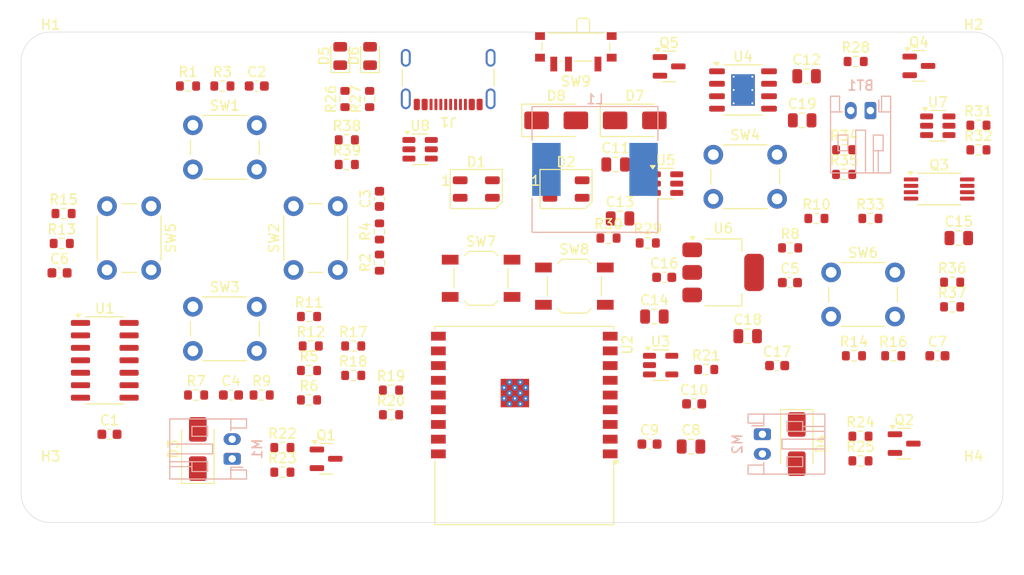
<source format=kicad_pcb>
(kicad_pcb (version 20240108) (generator "pcbnew") (generator_version "8.0")
  (layers (0 "F.Cu" signal) (31 "B.Cu" signal) (34 "B.Paste" user) (35 "F.Paste" user) (36 "B.SilkS" user "B.Silkscreen") (37 "F.SilkS" user "F.Silkscreen") (38 "B.Mask" user) (39 "F.Mask" user) (44 "Edge.Cuts" user))
  (net 0 "")
  (net 1 "-BATT")
  (net 2 "+BATT")
  (net 3 "GND")
  (net 4 "+3V3")
  (net 5 "Net-(C2-Pad1)")
  (net 6 "Net-(C3-Pad1)")
  (net 7 "Net-(C4-Pad1)")
  (net 8 "Net-(C5-Pad1)")
  (net 9 "Net-(C6-Pad1)")
  (net 10 "Net-(C7-Pad1)")
  (net 11 "+5V")
  (net 12 "VCC")
  (net 13 "Net-(D8-K)")
  (net 14 "Net-(D1-DIN)")
  (net 15 "Net-(D1-DOUT)")
  (net 17 "Net-(D3-A)")
  (net 18 "Net-(D4-A)")
  (net 19 "VBUS")
  (net 20 "Net-(D5-K)")
  (net 21 "Net-(D6-K)")
  (net 22 "Net-(D7-A)")
  (net 23 "/USB/USB_D+")
  (net 25 "/USB/USB_D-")
  (net 27 "/USB/CC1")
  (net 28 "/USB/CC2")
  (net 29 "Net-(Q1-G)")
  (net 30 "Net-(Q2-G)")
  (net 31 "Net-(Q3-G)")
  (net 32 "Net-(Q3-D12-Pad1)")
  (net 33 "Net-(Q3-G1)")
  (net 34 "Net-(Q4-G)")
  (net 35 "Net-(Q5-G)")
  (net 36 "+3.3V")
  (net 37 "Net-(R1-Pad2)")
  (net 38 "Net-(R2-Pad2)")
  (net 39 "Net-(R5-Pad1)")
  (net 40 "/Buttons/BTN_UP")
  (net 41 "/Buttons/BTN_RIGHT")
  (net 42 "Net-(R6-Pad1)")
  (net 43 "Net-(R7-Pad2)")
  (net 44 "Net-(R10-Pad2)")
  (net 45 "/Buttons/BTN_DOWN")
  (net 46 "Net-(R11-Pad1)")
  (net 47 "Net-(R12-Pad1)")
  (net 48 "/Buttons/BTN_JUMP")
  (net 49 "Net-(R13-Pad2)")
  (net 50 "Net-(R14-Pad2)")
  (net 51 "/Buttons/BTN_LEFT")
  (net 52 "Net-(R17-Pad1)")
  (net 53 "Net-(R18-Pad1)")
  (net 54 "/Buttons/BTN_ACTION")
  (net 55 "/MCU/EN")
  (net 56 "/MCU/BOOTSEL")
  (net 57 "Net-(R21-Pad1)")
  (net 58 "/MCU/VIBRATOR_1")
  (net 59 "/MCU/VIBRATOR_2")
  (net 60 "Net-(U4-~{STDBY})")
  (net 61 "Net-(U4-~{CHRG})")
  (net 62 "Net-(U4-PROG)")
  (net 63 "Net-(U5-FB)")
  (net 64 "Net-(U7-VCC)")
  (net 65 "Net-(U7-CS)")
  (net 66 "/MCU/V_BAT")
  (net 67 "Net-(SW9-B)")
  (net 69 "/MCU/USB_DP")
  (net 70 "/MCU/USB_DM")
  (net 72 "/Leds/WSLED_DATA")
  (footprint "Resistor_SMD:R_0603_1608Metric" (layer "F.Cu") (at 124.325 100)
    (property "Reference" "R11" (at 0 -1.43 0) (layer "F.SilkS"))
    (property "Value" "1k")
    (pad "1" smd roundrect (at -0.825 0) (size 0.8 0.95) (layers "F.Cu" "F.Paste" "F.Mask") (net 46 "Net-(R11-Pad1)"))
    (pad "2" smd roundrect (at 0.825 0) (size 0.8 0.95) (layers "F.Cu" "F.Paste" "F.Mask") (net 45 "/Buttons/BTN_DOWN"))
  )
  (footprint "RF_Module:ESP32-C3-WROOM-02" (layer "F.Cu") (at 146.25 108 180)
    (property "Reference" "U2" (at -10.5 5.13 90) (layer "F.SilkS"))
    (property "Value" "ESP32-C3-WROOM-02")
    (pad "1" smd rect (at -8.75 -6 180) (size 1.5 0.9) (layers "F.Cu" "F.Paste" "F.Mask") (net 4 "+3V3"))
    (pad "2" smd rect (at -8.75 -4.5 180) (size 1.5 0.9) (layers "F.Cu" "F.Paste" "F.Mask") (net 55 "/MCU/EN"))
    (pad "3" smd rect (at -8.75 -3 180) (size 1.5 0.9) (layers "F.Cu" "F.Paste" "F.Mask") (net 41 "/Buttons/BTN_RIGHT"))
    (pad "4" smd rect (at -8.75 -1.5 180) (size 1.5 0.9) (layers "F.Cu" "F.Paste" "F.Mask") (net 48 "/Buttons/BTN_JUMP"))
    (pad "5" smd rect (at -8.75 0 180) (size 1.5 0.9) (layers "F.Cu" "F.Paste" "F.Mask") (net 58 "/MCU/VIBRATOR_1"))
    (pad "6" smd rect (at -8.75 1.5 180) (size 1.5 0.9) (layers "F.Cu" "F.Paste" "F.Mask") (net 59 "/MCU/VIBRATOR_2"))
    (pad "7" smd rect (at -8.75 3 180) (size 1.5 0.9) (layers "F.Cu" "F.Paste" "F.Mask") (net 72 "/Leds/WSLED_DATA"))
    (pad "8" smd rect (at -8.75 4.5 180) (size 1.5 0.9) (layers "F.Cu" "F.Paste" "F.Mask") (net 56 "/MCU/BOOTSEL"))
    (pad "9" smd rect (at -8.75 6 180) (size 1.5 0.9) (layers "F.Cu" "F.Paste" "F.Mask") (net 3 "GND"))
    (pad "10" smd rect (at 8.75 6 180) (size 1.5 0.9) (layers "F.Cu" "F.Paste" "F.Mask") (net 54 "/Buttons/BTN_ACTION"))
    (pad "11" smd rect (at 8.75 4.5 180) (size 1.5 0.9) (layers "F.Cu" "F.Paste" "F.Mask"))
    (pad "12" smd rect (at 8.75 3 180) (size 1.5 0.9) (layers "F.Cu" "F.Paste" "F.Mask"))
    (pad "13" smd rect (at 8.75 1.5 180) (size 1.5 0.9) (layers "F.Cu" "F.Paste" "F.Mask") (net 70 "/MCU/USB_DM"))
    (pad "14" smd rect (at 8.75 0 180) (size 1.5 0.9) (layers "F.Cu" "F.Paste" "F.Mask") (net 69 "/MCU/USB_DP"))
    (pad "15" smd rect (at 8.75 -1.5 180) (size 1.5 0.9) (layers "F.Cu" "F.Paste" "F.Mask") (net 51 "/Buttons/BTN_LEFT"))
    (pad "16" smd rect (at 8.75 -3 180) (size 1.5 0.9) (layers "F.Cu" "F.Paste" "F.Mask") (net 45 "/Buttons/BTN_DOWN"))
    (pad "17" smd rect (at 8.75 -4.5 180) (size 1.5 0.9) (layers "F.Cu" "F.Paste" "F.Mask") (net 40 "/Buttons/BTN_UP"))
    (pad "18" smd rect (at 8.75 -6 180) (size 1.5 0.9) (layers "F.Cu" "F.Paste" "F.Mask") (net 66 "/MCU/V_BAT"))
    (pad "19" thru_hole circle (at -0.14 -0.35 180) (size 0.6 0.6) (drill 0.2) (property pad_prop_heatsink) (layers "*.Cu" "F.Mask") (net 3 "GND"))
    (pad "19" thru_hole circle (at -0.14 0.75 180) (size 0.6 0.6) (drill 0.2) (property pad_prop_heatsink) (layers "*.Cu" "F.Mask") (net 3 "GND"))
    (pad "19" thru_hole circle (at 0.41 -0.9 180) (size 0.6 0.6) (drill 0.2) (property pad_prop_heatsink) (layers "*.Cu" "F.Mask") (net 3 "GND"))
    (pad "19" thru_hole circle (at 0.41 0.2 180) (size 0.6 0.6) (drill 0.2) (property pad_prop_heatsink) (layers "*.Cu" "F.Mask") (net 3 "GND"))
    (pad "19" thru_hole circle (at 0.41 1.3 180) (size 0.6 0.6) (drill 0.2) (property pad_prop_heatsink) (layers "*.Cu" "F.Mask") (net 3 "GND"))
    (pad "19" thru_hole circle (at 0.96 -0.35 180) (size 0.6 0.6) (drill 0.2) (property pad_prop_heatsink) (layers "*.Cu" "F.Mask") (net 3 "GND"))
    (pad "19" smd rect (at 0.96 0.2 180) (size 2.9 2.9) (layers "F.Cu" "F.Mask") (net 3 "GND"))
    (pad "19" thru_hole circle (at 0.96 0.75 180) (size 0.6 0.6) (drill 0.2) (property pad_prop_heatsink) (layers "*.Cu" "F.Mask") (net 3 "GND"))
    (pad "19" thru_hole circle (at 1.51 -0.9 180) (size 0.6 0.6) (drill 0.2) (property pad_prop_heatsink) (layers "*.Cu" "F.Mask") (net 3 "GND"))
    (pad "19" thru_hole circle (at 1.51 0.2 180) (size 0.6 0.6) (drill 0.2) (property pad_prop_heatsink) (layers "*.Cu" "F.Mask") (net 3 "GND"))
    (pad "19" thru_hole circle (at 1.51 1.3 180) (size 0.6 0.6) (drill 0.2) (property pad_prop_heatsink) (layers "*.Cu" "F.Mask") (net 3 "GND"))
    (pad "19" thru_hole circle (at 2.06 -0.35 180) (size 0.6 0.6) (drill 0.2) (property pad_prop_heatsink) (layers "*.Cu" "F.Mask") (net 3 "GND"))
    (pad "19" thru_hole circle (at 2.06 0.75 180) (size 0.6 0.6) (drill 0.2) (property pad_prop_heatsink) (layers "*.Cu" "F.Mask") (net 3 "GND"))
  )
  (footprint "Resistor_SMD:R_0603_1608Metric" (layer "F.Cu") (at 189.825 96.5)
    (property "Reference" "R36" (at 0 -1.43 0) (layer "F.SilkS"))
    (property "Value" "10k")
    (pad "1" smd roundrect (at -0.825 0) (size 0.8 0.95) (layers "F.Cu" "F.Paste" "F.Mask") (net 66 "/MCU/V_BAT"))
    (pad "2" smd roundrect (at 0.825 0) (size 0.8 0.95) (layers "F.Cu" "F.Paste" "F.Mask") (net 3 "GND"))
  )
  (footprint "MountingHole:MountingHole_3.2mm_M3_ISO14580" (layer "F.Cu") (at 98 74)
    (property "Reference" "H1" (at 0 -3.75 0) (layer "F.SilkS"))
    (property "Value" "MountingHole")
    (pad "" np_thru_hole circle (at 0 0) (size 3.2 3.2) (drill 3.2) (layers "*.Cu" "*.Mask"))
  )
  (footprint "Package_SO:TSSOP-8_4.4x3mm_P0.65mm" (layer "F.Cu") (at 188.5 87)
    (property "Reference" "Q3" (at 0 -2.45 0) (layer "F.SilkS"))
    (property "Value" "FS8205A")
    (pad "1" smd roundrect (at -2.8625 -0.975) (size 1.475 0.4) (layers "F.Cu" "F.Paste" "F.Mask") (net 32 "Net-(Q3-D12-Pad1)"))
    (pad "2" smd roundrect (at -2.8625 -0.325) (size 1.475 0.4) (layers "F.Cu" "F.Paste" "F.Mask") (net 1 "-BATT"))
    (pad "3" smd roundrect (at -2.8625 0.325) (size 1.475 0.4) (layers "F.Cu" "F.Paste" "F.Mask") (net 1 "-BATT"))
    (pad "4" smd roundrect (at -2.8625 0.975) (size 1.475 0.4) (layers "F.Cu" "F.Paste" "F.Mask") (net 33 "Net-(Q3-G1)"))
    (pad "5" smd roundrect (at 2.8625 0.975) (size 1.475 0.4) (layers "F.Cu" "F.Paste" "F.Mask") (net 31 "Net-(Q3-G)"))
    (pad "6" smd roundrect (at 2.8625 0.325) (size 1.475 0.4) (layers "F.Cu" "F.Paste" "F.Mask") (net 3 "GND"))
    (pad "7" smd roundrect (at 2.8625 -0.325) (size 1.475 0.4) (layers "F.Cu" "F.Paste" "F.Mask") (net 3 "GND"))
    (pad "8" smd roundrect (at 2.8625 -0.975) (size 1.475 0.4) (layers "F.Cu" "F.Paste" "F.Mask") (net 32 "Net-(Q3-D12-Pad1)"))
  )
  (footprint "Package_TO_SOT_SMD:SOT-23" (layer "F.Cu") (at 186.4375 74.45)
    (property "Reference" "Q4" (at 0 -2.4 0) (layer "F.SilkS"))
    (property "Value" "AO3401A")
    (pad "1" smd roundrect (at -0.9375 -0.95) (size 1.475 0.6) (layers "F.Cu" "F.Paste" "F.Mask") (net 34 "Net-(Q4-G)"))
    (pad "2" smd roundrect (at -0.9375 0.95) (size 1.475 0.6) (layers "F.Cu" "F.Paste" "F.Mask") (net 13 "Net-(D8-K)"))
    (pad "3" smd roundrect (at 0.9375 0) (size 1.475 0.6) (layers "F.Cu" "F.Paste" "F.Mask") (net 2 "+BATT"))
  )
  (footprint "Resistor_SMD:R_0603_1608Metric" (layer "F.Cu") (at 180.4875 114.71)
    (property "Reference" "R25" (at 0 -1.43 0) (layer "F.SilkS"))
    (property "Value" "10k")
    (pad "1" smd roundrect (at -0.825 0) (size 0.8 0.95) (layers "F.Cu" "F.Paste" "F.Mask") (net 30 "Net-(Q2-G)"))
    (pad "2" smd roundrect (at 0.825 0) (size 0.8 0.95) (layers "F.Cu" "F.Paste" "F.Mask") (net 3 "GND"))
  )
  (footprint "MountingHole:MountingHole_3.2mm_M3_ISO14580" (layer "F.Cu") (at 192 74)
    (property "Reference" "H2" (at 0 -3.75 0) (layer "F.SilkS"))
    (property "Value" "MountingHole")
    (pad "" np_thru_hole circle (at 0 0) (size 3.2 3.2) (drill 3.2) (layers "*.Cu" "*.Mask"))
  )
  (footprint "Resistor_SMD:R_0603_1608Metric" (layer "F.Cu") (at 112 76.5)
    (property "Reference" "R1" (at 0 -1.43 0) (layer "F.SilkS"))
    (property "Value" "10k")
    (pad "1" smd roundrect (at -0.825 0) (size 0.8 0.95) (layers "F.Cu" "F.Paste" "F.Mask") (net 36 "+3.3V"))
    (pad "2" smd roundrect (at 0.825 0) (size 0.8 0.95) (layers "F.Cu" "F.Paste" "F.Mask") (net 37 "Net-(R1-Pad2)"))
  )
  (footprint "Package_TO_SOT_SMD:SOT-23-5" (layer "F.Cu") (at 160.1375 104.95)
    (property "Reference" "U3" (at 0 -2.4 0) (layer "F.SilkS"))
    (property "Value" "74AHCT1G125")
    (pad "1" smd roundrect (at -1.1375 -0.95) (size 1.325 0.6) (layers "F.Cu" "F.Paste" "F.Mask") (net 57 "Net-(R21-Pad1)"))
    (pad "2" smd roundrect (at -1.1375 0) (size 1.325 0.6) (layers "F.Cu" "F.Paste" "F.Mask") (net 72 "/Leds/WSLED_DATA"))
    (pad "3" smd roundrect (at -1.1375 0.95) (size 1.325 0.6) (layers "F.Cu" "F.Paste" "F.Mask") (net 3 "GND"))
    (pad "4" smd roundrect (at 1.1375 0.95) (size 1.325 0.6) (layers "F.Cu" "F.Paste" "F.Mask") (net 14 "Net-(D1-DIN)"))
    (pad "5" smd roundrect (at 1.1375 -0.95) (size 1.325 0.6) (layers "F.Cu" "F.Paste" "F.Mask") (net 11 "+5V"))
  )
  (footprint "Button_Switch_SMD:SW_SPDT_PCM12" (layer "F.Cu") (at 151.5 72.83 180)
    (property "Reference" "SW9" (at 0 -3.2 0) (layer "F.SilkS"))
    (property "Value" "PWR_SW")
    (pad "" smd rect (at -3.65 -0.78 180) (size 1 0.8) (layers "F.Cu" "F.Paste" "F.Mask"))
    (pad "" smd rect (at -3.65 1.43 180) (size 1 0.8) (layers "F.Cu" "F.Paste" "F.Mask"))
    (pad "" np_thru_hole circle (at -1.5 0.33 180) (size 0.9 0.9) (drill 0.9) (layers "*.Cu" "*.Mask"))
    (pad "" np_thru_hole circle (at 1.5 0.33 180) (size 0.9 0.9) (drill 0.9) (layers "*.Cu" "*.Mask"))
    (pad "" smd rect (at 3.65 -0.78 180) (size 1 0.8) (layers "F.Cu" "F.Paste" "F.Mask"))
    (pad "" smd rect (at 3.65 1.43 180) (size 1 0.8) (layers "F.Cu" "F.Paste" "F.Mask"))
    (pad "1" smd rect (at -2.25 -1.43 180) (size 0.7 1.5) (layers "F.Cu" "F.Paste" "F.Mask") (net 13 "Net-(D8-K)"))
    (pad "2" smd rect (at 0.75 -1.43 180) (size 0.7 1.5) (layers "F.Cu" "F.Paste" "F.Mask") (net 67 "Net-(SW9-B)"))
    (pad "3" smd rect (at 2.25 -1.43 180) (size 0.7 1.5) (layers "F.Cu" "F.Paste" "F.Mask") (net 3 "GND"))
  )
  (footprint "Capacitor_SMD:C_0805_2012Metric" (layer "F.Cu") (at 163.23 113.25)
    (property "Reference" "C8" (at 0 -1.68 0) (layer "F.SilkS"))
    (property "Value" "22u")
    (pad "1" smd roundrect (at -0.95 0) (size 1 1.45) (layers "F.Cu" "F.Paste" "F.Mask") (net 4 "+3V3"))
    (pad "2" smd roundrect (at 0.95 0) (size 1 1.45) (layers "F.Cu" "F.Paste" "F.Mask") (net 3 "GND"))
  )
  (footprint "Capacitor_SMD:C_0603_1608Metric" (layer "F.Cu") (at 160.5 96)
    (property "Reference" "C16" (at 0 -1.43 0) (layer "F.SilkS"))
    (property "Value" "100n")
    (pad "1" smd roundrect (at -0.775 0) (size 0.9 0.95) (layers "F.Cu" "F.Paste" "F.Mask") (net 3 "GND"))
    (pad "2" smd roundrect (at 0.775 0) (size 0.9 0.95) (layers "F.Cu" "F.Paste" "F.Mask") (net 11 "+5V"))
  )
  (footprint "Resistor_SMD:R_0603_1608Metric" (layer "F.Cu") (at 180.4875 112.2)
    (property "Reference" "R24" (at 0 -1.43 0) (layer "F.SilkS"))
    (property "Value" "1k")
    (pad "1" smd roundrect (at -0.825 0) (size 0.8 0.95) (layers "F.Cu" "F.Paste" "F.Mask") (net 59 "/MCU/VIBRATOR_2"))
    (pad "2" smd roundrect (at 0.825 0) (size 0.8 0.95) (layers "F.Cu" "F.Paste" "F.Mask") (net 30 "Net-(Q2-G)"))
  )
  (footprint "Capacitor_SMD:C_0603_1608Metric" (layer "F.Cu") (at 172 105)
    (property "Reference" "C17" (at 0 -1.43 0) (layer "F.SilkS"))
    (property "Value" "100n")
    (pad "1" smd roundrect (at -0.775 0) (size 0.9 0.95) (layers "F.Cu" "F.Paste" "F.Mask") (net 4 "+3V3"))
    (pad "2" smd roundrect (at 0.775 0) (size 0.9 0.95) (layers "F.Cu" "F.Paste" "F.Mask") (net 3 "GND"))
  )
  (footprint "Resistor_SMD:R_0603_1608Metric" (layer "F.Cu") (at 127.99 77.825 90)
    (property "Reference" "R26" (at 0 -1.43 90) (layer "F.SilkS"))
    (property "Value" "1k")
    (pad "1" smd roundrect (at -0.825 0 90) (size 0.8 0.95) (layers "F.Cu" "F.Paste" "F.Mask") (net 21 "Net-(D6-K)"))
    (pad "2" smd roundrect (at 0.825 0 90) (size 0.8 0.95) (layers "F.Cu" "F.Paste" "F.Mask") (net 60 "Net-(U4-~{STDBY})"))
  )
  (footprint "Resistor_SMD:R_0603_1608Metric" (layer "F.Cu") (at 180 74)
    (property "Reference" "R28" (at 0 -1.43 0) (layer "F.SilkS"))
    (property "Value" "3k")
    (pad "1" smd roundrect (at -0.825 0) (size 0.8 0.95) (layers "F.Cu" "F.Paste" "F.Mask") (net 62 "Net-(U4-PROG)"))
    (pad "2" smd roundrect (at 0.825 0) (size 0.8 0.95) (layers "F.Cu" "F.Paste" "F.Mask") (net 3 "GND"))
  )
  (footprint "LED_SMD:LED_WS2812B-Mini_PLCC4_3.5x3.5mm" (layer "F.Cu") (at 141.36 87)
    (property "Reference" "D1" (at 0 -2.75 0) (layer "F.SilkS"))
    (property "Value" "WS2812B")
    (fp_text user "1" (at -3.1 -0.85 0) (layer "F.SilkS"))
    (pad "1" smd roundrect (at -1.64 -0.89) (size 1.5 0.8) (layers "F.Cu" "F.Paste" "F.Mask") (net 11 "+5V"))
    (pad "2" smd roundrect (at -1.64 0.89) (size 1.5 0.8) (layers "F.Cu" "F.Paste" "F.Mask") (net 15 "Net-(D1-DOUT)"))
    (pad "3" smd roundrect (at 1.64 0.89) (size 1.5 0.8) (layers "F.Cu" "F.Paste" "F.Mask") (net 3 "GND"))
    (pad "4" smd roundrect (at 1.64 -0.89) (size 1.5 0.8) (layers "F.Cu" "F.Paste" "F.Mask") (net 14 "Net-(D1-DIN)"))
  )
  (footprint "LED_SMD:LED_0805_2012Metric" (layer "F.Cu") (at 127.5 73.4375 90)
    (property "Reference" "D5" (at 0 -1.65 90) (layer "F.SilkS"))
    (property "Value" "Green")
    (pad "1" smd roundrect (at -0.9375 0 90) (size 0.975 1.4) (layers "F.Cu" "F.Paste" "F.Mask") (net 20 "Net-(D5-K)"))
    (pad "2" smd roundrect (at 0.9375 0 90) (size 0.975 1.4) (layers "F.Cu" "F.Paste" "F.Mask") (net 19 "VBUS"))
  )
  (footprint "Resistor_SMD:R_0603_1608Metric" (layer "F.Cu") (at 121.6125 115.865)
    (property "Reference" "R23" (at 0 -1.43 0) (layer "F.SilkS"))
    (property "Value" "10k")
    (pad "1" smd roundrect (at -0.825 0) (size 0.8 0.95) (layers "F.Cu" "F.Paste" "F.Mask") (net 29 "Net-(Q1-G)"))
    (pad "2" smd roundrect (at 0.825 0) (size 0.8 0.95) (layers "F.Cu" "F.Paste" "F.Mask") (net 3 "GND"))
  )
  (footprint "Diode_SMD:D_SMA" (layer "F.Cu") (at 149.5 80)
    (property "Reference" "D8" (at 0 -2.5 0) (layer "F.SilkS"))
    (property "Value" "SS34")
    (pad "1" smd roundrect (at -2 0) (size 2.5 1.8) (layers "F.Cu" "F.Paste" "F.Mask") (roundrect_rratio 0.1388888889) (net 13 "Net-(D8-K)"))
    (pad "2" smd roundrect (at 2 0) (size 2.5 1.8) (layers "F.Cu" "F.Paste" "F.Mask") (roundrect_rratio 0.1388888889) (net 19 "VBUS"))
  )
  (footprint "Resistor_SMD:R_0603_1608Metric" (layer "F.Cu") (at 115.5 76.5)
    (property "Reference" "R3" (at 0 -1.43 0) (layer "F.SilkS"))
    (property "Value" "10k")
    (pad "1" smd roundrect (at -0.825 0) (size 0.8 0.95) (layers "F.Cu" "F.Paste" "F.Mask") (net 5 "Net-(C2-Pad1)"))
    (pad "2" smd roundrect (at 0.825 0) (size 0.8 0.95) (layers "F.Cu" "F.Paste" "F.Mask") (net 37 "Net-(R1-Pad2)"))
  )
  (footprint "Package_SO:HTSOP-8-1EP_3.9x4.9mm_P1.27mm_EP2.4x3.2mm_ThermalVias" (layer "F.Cu") (at 168.525 76.905)
    (property "Reference" "U4" (at 0 -3.4 0) (layer "F.SilkS"))
    (property "Value" "TP4056")
    (pad "1" smd roundrect (at -2.65 -1.905) (size 1.6 0.6) (layers "F.Cu" "F.Paste" "F.Mask") (net 3 "GND"))
    (pad "2" smd roundrect (at -2.65 -0.635) (size 1.6 0.6) (layers "F.Cu" "F.Paste" "F.Mask") (net 62 "Net-(U4-PROG)"))
    (pad "3" smd roundrect (at -2.65 0.635) (size 1.6 0.6) (layers "F.Cu" "F.Paste" "F.Mask") (net 3 "GND"))
    (pad "4" smd roundrect (at -2.65 1.905) (size 1.6 0.6) (layers "F.Cu" "F.Paste" "F.Mask") (net 19 "VBUS"))
    (pad "5" smd roundrect (at 2.65 1.905) (size 1.6 0.6) (layers "F.Cu" "F.Paste" "F.Mask") (net 2 "+BATT"))
    (pad "6" smd roundrect (at 2.65 0.635) (size 1.6 0.6) (layers "F.Cu" "F.Paste" "F.Mask") (net 60 "Net-(U4-~{STDBY})"))
    (pad "7" smd roundrect (at 2.65 -0.635) (size 1.6 0.6) (layers "F.Cu" "F.Paste" "F.Mask") (net 61 "Net-(U4-~{CHRG})"))
    (pad "8" smd roundrect (at 2.65 -1.905) (size 1.6 0.6) (layers "F.Cu" "F.Paste" "F.Mask") (net 19 "VBUS"))
    (pad "9" thru_hole circle (at -0.95 -1.35) (size 0.5 0.5) (drill 0.2) (property pad_prop_heatsink) (layers "*.Cu") (net 3 "GND"))
    (pad "9" thru_hole circle (at -0.95 0) (size 0.5 0.5) (drill 0.2) (property pad_prop_heatsink) (layers "*.Cu") (net 3 "GND"))
    (pad "9" thru_hole circle (at -0.95 1.35) (size 0.5 0.5) (drill 0.2) (property pad_prop_heatsink) (layers "*.Cu") (net 3 "GND"))
    (pad "9" smd rect (at 0 0) (size 2.4 3.2) (property pad_prop_heatsink) (layers "F.Cu" "F.Mask") (net 3 "GND"))
    (pad "9" smd rect (at 0 0) (size 2.4 3.2) (property pad_prop_heatsink) (layers "B.Cu") (net 3 "GND"))
    (pad "9" thru_hole circle (at 0.95 -1.35) (size 0.5 0.5) (drill 0.2) (property pad_prop_heatsink) (layers "*.Cu") (net 3 "GND"))
    (pad "9" thru_hole circle (at 0.95 0) (size 0.5 0.5) (drill 0.2) (property pad_prop_heatsink) (layers "*.Cu") (net 3 "GND"))
    (pad "9" thru_hole circle (at 0.95 1.35) (size 0.5 0.5) (drill 0.2) (property pad_prop_heatsink) (layers "*.Cu") (net 3 "GND"))
  )
  (footprint "Package_TO_SOT_SMD:SOT-23-6" (layer "F.Cu") (at 160.6375 86.45)
    (property "Reference" "U5" (at 0 -2.4 0) (layer "F.SilkS"))
    (property "Value" "MT3608")
    (pad "1" smd roundrect (at -1.1375 -0.95) (size 1.325 0.6) (layers "F.Cu" "F.Paste" "F.Mask") (net 22 "Net-(D7-A)"))
    (pad "2" smd roundrect (at -1.1375 0) (size 1.325 0.6) (layers "F.Cu" "F.Paste" "F.Mask") (net 3 "GND"))
    (pad "3" smd roundrect (at -1.1375 0.95) (size 1.325 0.6) (layers "F.Cu" "F.Paste" "F.Mask") (net 63 "Net-(U5-FB)"))
    (pad "4" smd roundrect (at 1.1375 0.95) (size 1.325 0.6) (layers "F.Cu" "F.Paste" "F.Mask") (net 12 "VCC"))
    (pad "5" smd roundrect (at 1.1375 0) (size 1.325 0.6) (layers "F.Cu" "F.Paste" "F.Mask") (net 12 "VCC"))
    (pad "6" smd roundrect (at 1.1375 -0.95) (size 1.325 0.6) (layers "F.Cu" "F.Paste" "F.Mask"))
  )
  (footprint "Resistor_SMD:R_0603_1608Metric" (layer "F.Cu") (at 128.825 106)
    (property "Reference" "R18" (at 0 -1.43 0) (layer "F.SilkS"))
    (property "Value" "1k")
    (pad "1" smd roundrect (at -0.825 0) (size 0.8 0.95) (layers "F.Cu" "F.Paste" "F.Mask") (net 53 "Net-(R18-Pad1)"))
    (pad "2" smd roundrect (at 0.825 0) (size 0.8 0.95) (layers "F.Cu" "F.Paste" "F.Mask") (net 54 "/Buttons/BTN_ACTION"))
  )
  (footprint "Resistor_SMD:R_0603_1608Metric" (layer "F.Cu") (at 154.825 92)
    (property "Reference" "R30" (at 0 -1.43 0) (layer "F.SilkS"))
    (property "Value" "3k")
    (pad "1" smd roundrect (at -0.825 0) (size 0.8 0.95) (layers "F.Cu" "F.Paste" "F.Mask") (net 63 "Net-(U5-FB)"))
    (pad "2" smd roundrect (at 0.825 0) (size 0.8 0.95) (layers "F.Cu" "F.Paste" "F.Mask") (net 3 "GND"))
  )
  (footprint "Resistor_SMD:R_0603_1608Metric" (layer "F.Cu") (at 119.5 108)
    (property "Reference" "R9" (at 0 -1.43 0) (layer "F.SilkS"))
    (property "Value" "10k")
    (pad "1" smd roundrect (at -0.825 0) (size 0.8 0.95) (layers "F.Cu" "F.Paste" "F.Mask") (net 7 "Net-(C4-Pad1)"))
    (pad "2" smd roundrect (at 0.825 0) (size 0.8 0.95) (layers "F.Cu" "F.Paste" "F.Mask") (net 43 "Net-(R7-Pad2)"))
  )
  (footprint "Diode_SMD:D_SMA" (layer "F.Cu") (at 157.5 80)
    (property "Reference" "D7" (at 0 -2.5 0) (layer "F.SilkS"))
    (property "Value" "SS34")
    (pad "1" smd roundrect (at -2 0) (size 2.5 1.8) (layers "F.Cu" "F.Paste" "F.Mask") (roundrect_rratio 0.1388888889) (net 11 "+5V"))
    (pad "2" smd roundrect (at 2 0) (size 2.5 1.8) (layers "F.Cu" "F.Paste" "F.Mask") (roundrect_rratio 0.1388888889) (net 22 "Net-(D7-A)"))
  )
  (footprint "Resistor_SMD:R_0603_1608Metric" (layer "F.Cu") (at 178.825 83)
    (property "Reference" "R34" (at 0 -1.43 0) (layer "F.SilkS"))
    (property "Value" "100k")
    (pad "1" smd roundrect (at -0.825 0) (size 0.8 0.95) (layers "F.Cu" "F.Paste" "F.Mask") (net 3 "GND"))
    (pad "2" smd roundrect (at 0.825 0) (size 0.8 0.95) (layers "F.Cu" "F.Paste" "F.Mask") (net 34 "Net-(Q4-G)"))
  )
  (footprint "Connector_USB:USB_C_Receptacle_GCT_USB4105-xx-A_16P_TopMnt_Horizontal" (layer "F.Cu") (at 138.5 74.7 180)
    (property "Reference" "J1" (at 0 -5.5 180) (layer "F.SilkS"))
    (property "Value" "USB_C_Receptacle_USB2.0_16P")
    (pad "" np_thru_hole circle (at -2.89 -2.605 180) (size 0.65 0.65) (drill 0.65) (layers "F&B.Cu" "*.Mask"))
    (pad "" np_thru_hole circle (at 2.89 -2.605 180) (size 0.65 0.65) (drill 0.65) (layers "F&B.Cu" "*.Mask"))
    (pad "A1" smd roundrect (at -3.2 -3.68 180) (size 0.6 1.15) (layers "F.Cu" "F.Paste" "F.Mask") (net 3 "GND"))
    (pad "A4" smd roundrect (at -2.4 -3.68 180) (size 0.6 1.15) (layers "F.Cu" "F.Paste" "F.Mask") (net 19 "VBUS"))
    (pad "A5" smd roundrect (at -1.25 -3.68 180) (size 0.3 1.15) (layers "F.Cu" "F.Paste" "F.Mask") (net 27 "/USB/CC1"))
    (pad "A6" smd roundrect (at -0.25 -3.68 180) (size 0.3 1.15) (layers "F.Cu" "F.Paste" "F.Mask") (net 23 "/USB/USB_D+"))
    (pad "A7" smd roundrect (at 0.25 -3.68 180) (size 0.3 1.15) (layers "F.Cu" "F.Paste" "F.Mask") (net 25 "/USB/USB_D-"))
    (pad "A8" smd roundrect (at 1.25 -3.68 180) (size 0.3 1.15) (layers "F.Cu" "F.Paste" "F.Mask"))
    (pad "A9" smd roundrect (at 2.4 -3.68 180) (size 0.6 1.15) (layers "F.Cu" "F.Paste" "F.Mask") (net 19 "VBUS"))
    (pad "A12" smd roundrect (at 3.2 -3.68 180) (size 0.6 1.15) (layers "F.Cu" "F.Paste" "F.Mask") (net 3 "GND"))
    (pad "B1" smd roundrect (at 3.2 -3.68 180) (size 0.6 1.15) (layers "F.Cu" "F.Paste" "F.Mask") (net 3 "GND"))
    (pad "B4" smd roundrect (at 2.4 -3.68 180) (size 0.6 1.15) (layers "F.Cu" "F.Paste" "F.Mask") (net 19 "VBUS"))
    (pad "B5" smd roundrect (at 1.75 -3.68 180) (size 0.3 1.15) (layers "F.Cu" "F.Paste" "F.Mask") (net 28 "/USB/CC2"))
    (pad "B6" smd roundrect (at 0.75 -3.68 180) (size 0.3 1.15) (layers "F.Cu" "F.Paste" "F.Mask") (net 23 "/USB/USB_D+"))
    (pad "B7" smd roundrect (at -0.75 -3.68 180) (size 0.3 1.15) (layers "F.Cu" "F.Paste" "F.Mask") (net 25 "/USB/USB_D-"))
    (pad "B8" smd roundrect (at -1.75 -3.68 180) (size 0.3 1.15) (layers "F.Cu" "F.Paste" "F.Mask"))
    (pad "B9" smd roundrect (at -2.4 -3.68 180) (size 0.6 1.15) (layers "F.Cu" "F.Paste" "F.Mask") (net 19 "VBUS"))
    (pad "B12" smd roundrect (at -3.2 -3.68 180) (size 0.6 1.15) (layers "F.Cu" "F.Paste" "F.Mask") (net 3 "GND"))
    (pad "S1" thru_hole oval (at -4.32 -3.105 180) (size 1 2.1) (drill oval 0.6 1.7) (layers "*.Cu" "*.Mask" "F.Paste") (net 3 "GND"))
    (pad "S1" thru_hole oval (at -4.32 1.075 180) (size 1 1.8) (drill oval 0.6 1.4) (layers "*.Cu" "*.Mask" "F.Paste") (net 3 "GND"))
    (pad "S1" thru_hole oval (at 4.32 -3.105 180) (size 1 2.1) (drill oval 0.6 1.7) (layers "*.Cu" "*.Mask" "F.Paste") (net 3 "GND"))
    (pad "S1" thru_hole oval (at 4.32 1.075 180) (size 1 1.8) (drill oval 0.6 1.4) (layers "*.Cu" "*.Mask" "F.Paste") (net 3 "GND"))
  )
  (footprint "Resistor_SMD:R_0603_1608Metric" (layer "F.Cu") (at 124.325 108.5)
    (property "Reference" "R6" (at 0 -1.43 0) (layer "F.SilkS"))
    (property "Value" "1k")
    (pad "1" smd roundrect (at -0.825 0) (size 0.8 0.95) (layers "F.Cu" "F.Paste" "F.Mask") (net 42 "Net-(R6-Pad1)"))
    (pad "2" smd roundrect (at 0.825 0) (size 0.8 0.95) (layers "F.Cu" "F.Paste" "F.Mask") (net 41 "/Buttons/BTN_RIGHT"))
  )
  (footprint "Button_Switch_SMD:SW_SPST_TL3342" (layer "F.Cu") (at 151.35 96.9)
    (property "Reference" "SW8" (at 0 -3.75 0) (layer "F.SilkS"))
    (property "Value" "SW_BOOT")
    (pad "1" smd rect (at -3.15 -1.9) (size 1.7 1) (layers "F.Cu" "F.Paste" "F.Mask") (net 3 "GND"))
    (pad "1" smd rect (at 3.15 -1.9) (size 1.7 1) (layers "F.Cu" "F.Paste" "F.Mask") (net 3 "GND"))
    (pad "2" smd rect (at -3.15 1.9) (size 1.7 1) (layers "F.Cu" "F.Paste" "F.Mask") (net 56 "/MCU/BOOTSEL"))
    (pad "2" smd rect (at 3.15 1.9) (size 1.7 1) (layers "F.Cu" "F.Paste" "F.Mask") (net 56 "/MCU/BOOTSEL"))
  )
  (footprint "Button_Switch_THT:SW_PUSH_6mm_H7.3mm" (layer "F.Cu") (at 122.75 95.25 90)
    (property "Reference" "SW2" (at 3.25 -2 90) (layer "F.SilkS"))
    (property "Value" "DPAD_RIGHT")
    (pad "1" thru_hole circle (at 0 0 180) (size 2 2) (drill 1.1) (layers "*.Cu" "*.Mask") (net 3 "GND"))
    (pad "1" thru_hole circle (at 6.5 0 180) (size 2 2) (drill 1.1) (layers "*.Cu" "*.Mask") (net 3 "GND"))
    (pad "2" thru_hole circle (at 0 4.5 180) (size 2 2) (drill 1.1) (layers "*.Cu" "*.Mask") (net 38 "Net-(R2-Pad2)"))
    (pad "2" thru_hole circle (at 6.5 4.5 180) (size 2 2) (drill 1.1) (layers "*.Cu" "*.Mask") (net 38 "Net-(R2-Pad2)"))
  )
  (footprint "Resistor_SMD:R_0603_1608Metric" (layer "F.Cu") (at 192.5 83.01)
    (property "Reference" "R32" (at 0 -1.43 0) (layer "F.SilkS"))
    (property "Value" "1k")
    (pad "1" smd roundrect (at -0.825 0) (size 0.8 0.95) (layers "F.Cu" "F.Paste" "F.Mask") (net 65 "Net-(U7-CS)"))
    (pad "2" smd roundrect (at 0.825 0) (size 0.8 0.95) (layers "F.Cu" "F.Paste" "F.Mask") (net 3 "GND"))
  )
  (footprint "Capacitor_SMD:C_0805_2012Metric" (layer "F.Cu") (at 175 75.5)
    (property "Reference" "C12" (at 0 -1.68 0) (layer "F.SilkS"))
    (property "Value" "10u")
    (pad "1" smd roundrect (at -0.95 0) (size 1 1.45) (layers "F.Cu" "F.Paste" "F.Mask") (net 2 "+BATT"))
    (pad "2" smd roundrect (at 0.95 0) (size 1 1.45) (layers "F.Cu" "F.Paste" "F.Mask") (net 3 "GND"))
  )
  (footprint "Button_Switch_THT:SW_PUSH_6mm_H7.3mm" (layer "F.Cu") (at 112.5 99)
    (property "Reference" "SW3" (at 3.25 -2 0) (layer "F.SilkS"))
    (property "Value" "DPAD_DOWN")
    (pad "1" thru_hole circle (at 0 0 90) (size 2 2) (drill 1.1) (layers "*.Cu" "*.Mask") (net 3 "GND"))
    (pad "1" thru_hole circle (at 6.5 0 90) (size 2 2) (drill 1.1) (layers "*.Cu" "*.Mask") (net 3 "GND"))
    (pad "2" thru_hole circle (at 0 4.5 90) (size 2 2) (drill 1.1) (layers "*.Cu" "*.Mask") (net 43 "Net-(R7-Pad2)"))
    (pad "2" thru_hole circle (at 6.5 4.5 90) (size 2 2) (drill 1.1) (layers "*.Cu" "*.Mask") (net 43 "Net-(R7-Pad2)"))
  )
  (footprint "LED_SMD:LED_0805_2012Metric" (layer "F.Cu") (at 130.54 73.4375 90)
    (property "Reference" "D6" (at 0 -1.65 90) (layer "F.SilkS"))
    (property "Value" "Red")
    (pad "1" smd roundrect (at -0.9375 0 90) (size 0.975 1.4) (layers "F.Cu" "F.Paste" "F.Mask") (net 21 "Net-(D6-K)"))
    (pad "2" smd roundrect (at 0.9375 0 90) (size 0.975 1.4) (layers "F.Cu" "F.Paste" "F.Mask") (net 19 "VBUS"))
  )
  (footprint "Resistor_SMD:R_0603_1608Metric" (layer "F.Cu") (at 132.675 107.5)
    (property "Reference" "R19" (at 0 -1.43 0) (layer "F.SilkS"))
    (property "Value" "10k")
    (pad "1" smd roundrect (at -0.825 0) (size 0.8 0.95) (layers "F.Cu" "F.Paste" "F.Mask") (net 4 "+3V3"))
    (pad "2" smd roundrect (at 0.825 0) (size 0.8 0.95) (layers "F.Cu" "F.Paste" "F.Mask") (net 55 "/MCU/EN"))
  )
  (footprint "Resistor_SMD:R_0603_1608Metric" (layer "F.Cu") (at 183.825 104)
    (property "Reference" "R16" (at 0 -1.43 0) (layer "F.SilkS"))
    (property "Value" "10k")
    (pad "1" smd roundrect (at -0.825 0) (size 0.8 0.95) (layers "F.Cu" "F.Paste" "F.Mask") (net 10 "Net-(C7-Pad1)"))
    (pad "2" smd roundrect (at 0.825 0) (size 0.8 0.95) (layers "F.Cu" "F.Paste" "F.Mask") (net 50 "Net-(R14-Pad2)"))
  )
  (footprint "Capacitor_SMD:C_0603_1608Metric" (layer "F.Cu") (at 188.325 104)
    (property "Reference" "C7" (at 0 -1.43 0) (layer "F.SilkS"))
    (property "Value" "100n")
    (pad "1" smd roundrect (at -0.775 0) (size 0.9 0.95) (layers "F.Cu" "F.Paste" "F.Mask") (net 10 "Net-(C7-Pad1)"))
    (pad "2" smd roundrect (at 0.775 0) (size 0.9 0.95) (layers "F.Cu" "F.Paste" "F.Mask") (net 3 "GND"))
  )
  (footprint "Resistor_SMD:R_0603_1608Metric" (layer "F.Cu") (at 173.325 93)
    (property "Reference" "R8" (at 0 -1.43 0) (layer "F.SilkS"))
    (property "Value" "10k")
    (pad "1" smd roundrect (at -0.825 0) (size 0.8 0.95) (layers "F.Cu" "F.Paste" "F.Mask") (net 36 "+3.3V"))
    (pad "2" smd roundrect (at 0.825 0) (size 0.8 0.95) (layers "F.Cu" "F.Paste" "F.Mask") (net 44 "Net-(R10-Pad2)"))
  )
  (footprint "Capacitor_SMD:C_0603_1608Metric" (layer "F.Cu") (at 116.375 108)
    (property "Reference" "C4" (at 0 -1.43 0) (layer "F.SilkS"))
    (property "Value" "100n")
    (pad "1" smd roundrect (at -0.775 0) (size 0.9 0.95) (layers "F.Cu" "F.Paste" "F.Mask") (net 7 "Net-(C4-Pad1)"))
    (pad "2" smd roundrect (at 0.775 0) (size 0.9 0.95) (layers "F.Cu" "F.Paste" "F.Mask") (net 3 "GND"))
  )
  (footprint "Resistor_SMD:R_0603_1608Metric" (layer "F.Cu") (at 131.5 94.5 90)
    (property "Reference" "R2" (at 0 -1.43 90) (layer "F.SilkS"))
    (property "Value" "10k")
    (pad "1" smd roundrect (at -0.825 0 90) (size 0.8 0.95) (layers "F.Cu" "F.Paste" "F.Mask") (net 36 "+3.3V"))
    (pad "2" smd roundrect (at 0.825 0 90) (size 0.8 0.95) (layers "F.Cu" "F.Paste" "F.Mask") (net 38 "Net-(R2-Pad2)"))
  )
  (footprint "Resistor_SMD:R_0603_1608Metric" (layer "F.Cu") (at 164.775 105.4)
    (property "Reference" "R21" (at 0 -1.43 0) (layer "F.SilkS"))
    (property "Value" "10k")
    (pad "1" smd roundrect (at -0.825 0) (size 0.8 0.95) (layers "F.Cu" "F.Paste" "F.Mask") (net 57 "Net-(R21-Pad1)"))
    (pad "2" smd roundrect (at 0.825 0) (size 0.8 0.95) (layers "F.Cu" "F.Paste" "F.Mask") (net 3 "GND"))
  )
  (footprint "Capacitor_SMD:C_0805_2012Metric" (layer "F.Cu") (at 190.5 92)
    (property "Reference" "C15" (at 0 -1.68 0) (layer "F.SilkS"))
    (property "Value" "10u")
    (pad "1" smd roundrect (at -0.95 0) (size 1 1.45) (layers "F.Cu" "F.Paste" "F.Mask") (net 2 "+BATT"))
    (pad "2" smd roundrect (at 0.95 0) (size 1 1.45) (layers "F.Cu" "F.Paste" "F.Mask") (net 1 "-BATT"))
  )
  (footprint "Package_TO_SOT_SMD:SOT-23-6" (layer "F.Cu") (at 135.6375 82.95)
    (property "Reference" "U8" (at 0 -2.4 0) (layer "F.SilkS"))
    (property "Value" "USBLC6-2SC6")
    (pad "1" smd roundrect (at -1.1375 -0.95) (size 1.325 0.6) (layers "F.Cu" "F.Paste" "F.Mask") (net 23 "/USB/USB_D+"))
    (pad "2" smd roundrect (at -1.1375 0) (size 1.325 0.6) (layers "F.Cu" "F.Paste" "F.Mask") (net 3 "GND"))
    (pad "3" smd roundrect (at -1.1375 0.95) (size 1.325 0.6) (layers "F.Cu" "F.Paste" "F.Mask") (net 25 "/USB/USB_D-"))
    (pad "4" smd roundrect (at 1.1375 0.95) (size 1.325 0.6) (layers "F.Cu" "F.Paste" "F.Mask") (net 70 "/MCU/USB_DM"))
    (pad "5" smd roundrect (at 1.1375 0) (size 1.325 0.6) (layers "F.Cu" "F.Paste" "F.Mask") (net 19 "VBUS"))
    (pad "6" smd roundrect (at 1.1375 -0.95) (size 1.325 0.6) (layers "F.Cu" "F.Paste" "F.Mask") (net 69 "/MCU/USB_DP"))
  )
  (footprint "Resistor_SMD:R_0603_1608Metric" (layer "F.Cu") (at 121.6125 113.355)
    (property "Reference" "R22" (at 0 -1.43 0) (layer "F.SilkS"))
    (property "Value" "1k")
    (pad "1" smd roundrect (at -0.825 0) (size 0.8 0.95) (layers "F.Cu" "F.Paste" "F.Mask") (net 58 "/MCU/VIBRATOR_1"))
    (pad "2" smd roundrect (at 0.825 0) (size 0.8 0.95) (layers "F.Cu" "F.Paste" "F.Mask") (net 29 "Net-(Q1-G)"))
  )
  (footprint "Package_TO_SOT_SMD:SOT-23" (layer "F.Cu") (at 161 74.5)
    (property "Reference" "Q5" (at 0 -2.4 0) (layer "F.SilkS"))
    (property "Value" "AO3401A")
    (pad "1" smd roundrect (at -0.9375 -0.95) (size 1.475 0.6) (layers "F.Cu" "F.Paste" "F.Mask") (net 35 "Net-(Q5-G)"))
    (pad "2" smd roundrect (at -0.9375 0.95) (size 1.475 0.6) (layers "F.Cu" "F.Paste" "F.Mask") (net 13 "Net-(D8-K)"))
    (pad "3" smd roundrect (at 0.9375 0) (size 1.475 0.6) (layers "F.Cu" "F.Paste" "F.Mask") (net 12 "VCC"))
  )
  (footprint "LED_SMD:LED_WS2812B-Mini_PLCC4_3.5x3.5mm" (layer "F.Cu") (at 150.5 87)
    (property "Reference" "D2" (at 0 -2.75 0) (layer "F.SilkS"))
    (property "Value" "WS2812B")
    (fp_text user "1" (at -3.1 -0.85 0) (layer "F.SilkS"))
    (pad "1" smd roundrect (at -1.64 -0.89) (size 1.5 0.8) (layers "F.Cu" "F.Paste" "F.Mask") (net 11 "+5V"))
    (pad "2" smd roundrect (at -1.64 0.89) (size 1.5 0.8) (layers "F.Cu" "F.Paste" "F.Mask"))
    (pad "3" smd roundrect (at 1.64 0.89) (size 1.5 0.8) (layers "F.Cu" "F.Paste" "F.Mask") (net 3 "GND"))
    (pad "4" smd roundrect (at 1.64 -0.89) (size 1.5 0.8) (layers "F.Cu" "F.Paste" "F.Mask") (net 15 "Net-(D1-DOUT)"))
  )
  (footprint "Resistor_SMD:R_0603_1608Metric" (layer "F.Cu") (at 131.5 91.325 90)
    (property "Reference" "R4" (at 0 -1.43 90) (layer "F.SilkS"))
    (property "Value" "10k")
    (pad "1" smd roundrect (at -0.825 0 90) (size 0.8 0.95) (layers "F.Cu" "F.Paste" "F.Mask") (net 6 "Net-(C3-Pad1)"))
    (pad "2" smd roundrect (at 0.825 0 90) (size 0.8 0.95) (layers "F.Cu" "F.Paste" "F.Mask") (net 38 "Net-(R2-Pad2)"))
  )
  (footprint "Resistor_SMD:R_0603_1608Metric" (layer "F.Cu") (at 176 90)
    (property "Reference" "R10" (at 0 -1.43 0) (layer "F.SilkS"))
    (property "Value" "10k")
    (pad "1" smd roundrect (at -0.825 0) (size 0.8 0.95) (layers "F.Cu" "F.Paste" "F.Mask") (net 8 "Net-(C5-Pad1)"))
    (pad "2" smd roundrect (at 0.825 0) (size 0.8 0.95) (layers "F.Cu" "F.Paste" "F.Mask") (net 44 "Net-(R10-Pad2)"))
  )
  (footprint "Resistor_SMD:R_0603_1608Metric" (layer "F.Cu") (at 130.5 77.825 90)
    (property "Reference" "R27" (at 0 -1.43 90) (layer "F.SilkS"))
    (property "Value" "1k")
    (pad "1" smd roundrect (at -0.825 0 90) (size 0.8 0.95) (layers "F.Cu" "F.Paste" "F.Mask") (net 20 "Net-(D5-K)"))
    (pad "2" smd roundrect (at 0.825 0 90) (size 0.8 0.95) (layers "F.Cu" "F.Paste" "F.Mask") (net 61 "Net-(U4-~{CHRG})"))
  )
  (footprint "Capacitor_SMD:C_0603_1608Metric" (layer "F.Cu") (at 173.305 96.54)
    (property "Reference" "C5" (at 0 -1.43 0) (layer "F.SilkS"))
    (property "Value" "100n")
    (pad "1" smd roundrect (at -0.775 0) (size 0.9 0.95) (layers "F.Cu" "F.Paste" "F.Mask") (net 8 "Net-(C5-Pad1)"))
    (pad "2" smd roundrect (at 0.775 0) (size 0.9 0.95) (layers "F.Cu" "F.Paste" "F.Mask") (net 3 "GND"))
  )
  (footprint "Resistor_SMD:R_0603_1608Metric" (layer "F.Cu") (at 99.325 89.5)
    (property "Reference" "R15" (at 0 -1.43 0) (layer "F.SilkS"))
    (property "Value" "10k")
    (pad "1" smd roundrect (at -0.825 0) (size 0.8 0.95) (layers "F.Cu" "F.Paste" "F.Mask") (net 9 "Net-(C6-Pad1)"))
    (pad "2" smd roundrect (at 0.825 0) (size 0.8 0.95) (layers "F.Cu" "F.Paste" "F.Mask") (net 49 "Net-(R13-Pad2)"))
  )
  (footprint "Resistor_SMD:R_0603_1608Metric" (layer "F.Cu") (at 178.825 85.51)
    (property "Reference" "R35" (at 0 -1.43 0) (layer "F.SilkS"))
    (property "Value" "10k")
    (pad "1" smd roundrect (at -0.825 0) (size 0.8 0.95) (layers "F.Cu" "F.Paste" "F.Mask") (net 2 "+BATT"))
    (pad "2" smd roundrect (at 0.825 0) (size 0.8 0.95) (layers "F.Cu" "F.Paste" "F.Mask") (net 66 "/MCU/V_BAT"))
  )
  (footprint "Capacitor_SMD:C_0805_2012Metric" (layer "F.Cu") (at 174.55 80)
    (property "Reference" "C19" (at 0 -1.68 0) (layer "F.SilkS"))
    (property "Value" "1u")
    (pad "1" smd roundrect (at -0.95 0) (size 1 1.45) (layers "F.Cu" "F.Paste" "F.Mask") (net 13 "Net-(D8-K)"))
    (pad "2" smd roundrect (at 0.95 0) (size 1 1.45) (layers "F.Cu" "F.Paste" "F.Mask") (net 3 "GND"))
  )
  (footprint "Resistor_SMD:R_0603_1608Metric" (layer "F.Cu") (at 124.325 105.5)
    (property "Reference" "R5" (at 0 -1.43 0) (layer "F.SilkS"))
    (property "Value" "1k")
    (pad "1" smd roundrect (at -0.825 0) (size 0.8 0.95) (layers "F.Cu" "F.Paste" "F.Mask") (net 39 "Net-(R5-Pad1)"))
    (pad "2" smd roundrect (at 0.825 0) (size 0.8 0.95) (layers "F.Cu" "F.Paste" "F.Mask") (net 40 "/Buttons/BTN_UP"))
  )
  (footprint "Resistor_SMD:R_0603_1608Metric" (layer "F.Cu") (at 181.5 90)
    (property "Reference" "R33" (at 0 -1.43 0) (layer "F.SilkS"))
    (property "Value" "1k")
    (pad "1" smd roundrect (at -0.825 0) (size 0.8 0.95) (layers "F.Cu" "F.Paste" "F.Mask") (net 19 "VBUS"))
    (pad "2" smd roundrect (at 0.825 0) (size 0.8 0.95) (layers "F.Cu" "F.Paste" "F.Mask") (net 34 "Net-(Q4-G)"))
  )
  (footprint "Resistor_SMD:R_0603_1608Metric" (layer "F.Cu") (at 112.825 108)
    (property "Reference" "R7" (at 0 -1.43 0) (layer "F.SilkS"))
    (property "Value" "10k")
    (pad "1" smd roundrect (at -0.825 0) (size 0.8 0.95) (layers "F.Cu" "F.Paste" "F.Mask") (net 36 "+3.3V"))
    (pad "2" smd roundrect (at 0.825 0) (size 0.8 0.95) (layers "F.Cu" "F.Paste" "F.Mask") (net 43 "Net-(R7-Pad2)"))
  )
  (footprint "Capacitor_SMD:C_0805_2012Metric" (layer "F.Cu") (at 155.55 84.5)
    (property "Reference" "C11" (at 0 -1.68 0) (layer "F.SilkS"))
    (property "Value" "22u")
    (pad "1" smd roundrect (at -0.95 0) (size 1 1.45) (layers "F.Cu" "F.Paste" "F.Mask") (net 12 "VCC"))
    (pad "2" smd roundrect (at 0.95 0) (size 1 1.45) (layers "F.Cu" "F.Paste" "F.Mask") (net 3 "GND"))
  )
  (footprint "MountingHole:MountingHole_3.2mm_M3_ISO14580" (layer "F.Cu") (at 98 118)
    (property "Reference" "H3" (at 0 -3.75 0) (layer "F.SilkS"))
    (property "Value" "MountingHole")
    (pad "" np_thru_hole circle (at 0 0) (size 3.2 3.2) (drill 3.2) (layers "*.Cu" "*.Mask"))
  )
  (footprint "Package_TO_SOT_SMD:SOT-223-3_TabPin2" (layer "F.Cu") (at 166.5 95.5)
    (property "Reference" "U6" (at 0 -4.5 0) (layer "F.SilkS"))
    (property "Value" "AMS1117-3.3")
    (pad "1" smd roundrect (at -3.15 -2.3) (size 2 1.5) (layers "F.Cu" "F.Paste" "F.Mask") (net 3 "GND"))
    (pad "2" smd roundrect (at -3.15 0) (size 2 1.5) (layers "F.Cu" "F.Paste" "F.Mask") (net 4 "+3V3"))
    (pad "2" smd roundrect (at 3.15 0) (size 2 3.8) (layers "F.Cu" "F.Paste" "F.Mask") (net 4 "+3V3"))
    (pad "3" smd roundrect (at -3.15 2.3) (size 2 1.5) (layers "F.Cu" "F.Paste" "F.Mask") (net 11 "+5V"))
  )
  (footprint "Capacitor_SMD:C_0805_2012Metric" (layer "F.Cu") (at 156 90)
    (property "Reference" "C13" (at 0 -1.68 0) (layer "F.SilkS"))
    (property "Value" "22u")
    (pad "1" smd roundrect (at -0.95 0) (size 1 1.45) (layers "F.Cu" "F.Paste" "F.Mask") (net 11 "+5V"))
    (pad "2" smd roundrect (at 0.95 0) (size 1 1.45) (layers "F.Cu" "F.Paste" "F.Mask") (net 3 "GND"))
  )
  (footprint "Button_Switch_THT:SW_PUSH_6mm_H7.3mm" (layer "F.Cu") (at 112.5 80.5)
    (property "Reference" "SW1" (at 3.25 -2 0) (layer "F.SilkS"))
    (property "Value" "DPAD_UP")
    (pad "1" thru_hole circle (at 0 0 90) (size 2 2) (drill 1.1) (layers "*.Cu" "*.Mask") (net 3 "GND"))
    (pad "1" thru_hole circle (at 6.5 0 90) (size 2 2) (drill 1.1) (layers "*.Cu" "*.Mask") (net 3 "GND"))
    (pad "2" thru_hole circle (at 0 4.5 90) (size 2 2) (drill 1.1) (layers "*.Cu" "*.Mask") (net 37 "Net-(R1-Pad2)"))
    (pad "2" thru_hole circle (at 6.5 4.5 90) (size 2 2) (drill 1.1) (layers "*.Cu" "*.Mask") (net 37 "Net-(R1-Pad2)"))
  )
  (footprint "Resistor_SMD:R_0603_1608Metric" (layer "F.Cu") (at 158.825 92.5)
    (property "Reference" "R29" (at 0 -1.43 0) (layer "F.SilkS"))
    (property "Value" "22k")
    (pad "1" smd roundrect (at -0.825 0) (size 0.8 0.95) (layers "F.Cu" "F.Paste" "F.Mask") (net 11 "+5V"))
    (pad "2" smd roundrect (at 0.825 0) (size 0.8 0.95) (layers "F.Cu" "F.Paste" "F.Mask") (net 63 "Net-(U5-FB)"))
  )
  (footprint "Capacitor_SMD:C_0603_1608Metric" (layer "F.Cu") (at 131.5 88 90)
    (property "Reference" "C3" (at 0 -1.43 90) (layer "F.SilkS"))
    (property "Value" "100n")
    (pad "1" smd roundrect (at -0.775 0 90) (size 0.9 0.95) (layers "F.Cu" "F.Paste" "F.Mask") (net 6 "Net-(C3-Pad1)"))
    (pad "2" smd roundrect (at 0.775 0 90) (size 0.9 0.95) (layers "F.Cu" "F.Paste" "F.Mask") (net 3 "GND"))
  )
  (footprint "Capacitor_SMD:C_0805_2012Metric" (layer "F.Cu") (at 169 102)
    (property "Reference" "C18" (at 0 -1.68 0) (layer "F.SilkS"))
    (property "Value" "22u")
    (pad "1" smd roundrect (at -0.95 0) (size 1 1.45) (layers "F.Cu" "F.Paste" "F.Mask") (net 4 "+3V3"))
    (pad "2" smd roundrect (at 0.95 0) (size 1 1.45) (layers "F.Cu" "F.Paste" "F.Mask") (net 3 "GND"))
  )
  (footprint "Resistor_SMD:R_0603_1608Metric" (layer "F.Cu") (at 128.175 81.99)
    (property "Reference" "R38" (at 0 -1.43 0) (layer "F.SilkS"))
    (property "Value" "5k1")
    (pad "1" smd roundrect (at -0.825 0) (size 0.8 0.95) (layers "F.Cu" "F.Paste" "F.Mask") (net 27 "/USB/CC1"))
    (pad "2" smd roundrect (at 0.825 0) (size 0.8 0.95) (layers "F.Cu" "F.Paste" "F.Mask") (net 3 "GND"))
  )
  (footprint "Button_Switch_SMD:SW_SPST_TL3342" (layer "F.Cu") (at 141.85 96.1)
    (property "Reference" "SW7" (at 0 -3.75 0) (layer "F.SilkS"))
    (property "Value" "SW_RST")
    (pad "1" smd rect (at -3.15 -1.9) (size 1.7 1) (layers "F.Cu" "F.Paste" "F.Mask") (net 3 "GND"))
    (pad "1" smd rect (at 3.15 -1.9) (size 1.7 1) (layers "F.Cu" "F.Paste" "F.Mask") (net 3 "GND"))
    (pad "2" smd rect (at -3.15 1.9) (size 1.7 1) (layers "F.Cu" "F.Paste" "F.Mask") (net 55 "/MCU/EN"))
    (pad "2" smd rect (at 3.15 1.9) (size 1.7 1) (layers "F.Cu" "F.Paste" "F.Mask") (net 55 "/MCU/EN"))
  )
  (footprint "MountingHole:MountingHole_3.2mm_M3_ISO14580" (layer "F.Cu") (at 192 118)
    (property "Reference" "H4" (at 0 -3.75 0) (layer "F.SilkS"))
    (property "Value" "MountingHole")
    (pad "" np_thru_hole circle (at 0 0) (size 3.2 3.2) (drill 3.2) (layers "*.Cu" "*.Mask"))
  )
  (footprint "Package_SO:SOIC-14_3.9x8.7mm_P1.27mm" (layer "F.Cu") (at 103.525 104.46)
    (property "Reference" "U1" (at 0 -5.28 0) (layer "F.SilkS"))
    (property "Value" "74HC14")
    (pad "1" smd roundrect (at -2.475 -3.81) (size 1.95 0.6) (layers "F.Cu" "F.Paste" "F.Mask") (net 5 "Net-(C2-Pad1)"))
    (pad "2" smd roundrect (at -2.475 -2.54) (size 1.95 0.6) (layers "F.Cu" "F.Paste" "F.Mask") (net 39 "Net-(R5-Pad1)"))
    (pad "3" smd roundrect (at -2.475 -1.27) (size 1.95 0.6) (layers "F.Cu" "F.Paste" "F.Mask") (net 7 "Net-(C4-Pad1)"))
    (pad "4" smd roundrect (at -2.475 0) (size 1.95 0.6) (layers "F.Cu" "F.Paste" "F.Mask") (net 46 "Net-(R11-Pad1)"))
    (pad "5" smd roundrect (at -2.475 1.27) (size 1.95 0.6) (layers "F.Cu" "F.Paste" "F.Mask") (net 9 "Net-(C6-Pad1)"))
    (pad "6" smd roundrect (at -2.475 2.54) (size 1.95 0.6) (layers "F.Cu" "F.Paste" "F.Mask") (net 52 "Net-(R17-Pad1)"))
    (pad "7" smd roundrect (at -2.475 3.81) (size 1.95 0.6) (layers "F.Cu" "F.Paste" "F.Mask") (net 3 "GND"))
    (pad "8" smd roundrect (at 2.475 3.81) (size 1.95 0.6) (layers "F.Cu" "F.Paste" "F.Mask") (net 42 "Net-(R6-Pad1)"))
    (pad "9" smd roundrect (at 2.475 2.54) (size 1.95 0.6) (layers "F.Cu" "F.Paste" "F.Mask") (net 6 "Net-(C3-Pad1)"))
    (pad "10" smd roundrect (at 2.475 1.27) (size 1.95 0.6) (layers "F.Cu" "F.Paste" "F.Mask") (net 47 "Net-(R12-Pad1)"))
    (pad "11" smd roundrect (at 2.475 0) (size 1.95 0.6) (layers "F.Cu" "F.Paste" "F.Mask") (net 8 "Net-(C5-Pad1)"))
    (pad "12" smd roundrect (at 2.475 -1.27) (size 1.95 0.6) (layers "F.Cu" "F.Paste" "F.Mask") (net 53 "Net-(R18-Pad1)"))
    (pad "13" smd roundrect (at 2.475 -2.54) (size 1.95 0.6) (layers "F.Cu" "F.Paste" "F.Mask") (net 10 "Net-(C7-Pad1)"))
    (pad "14" smd roundrect (at 2.475 -3.81) (size 1.95 0.6) (layers "F.Cu" "F.Paste" "F.Mask") (net 4 "+3V3"))
  )
  (footprint "Button_Switch_THT:SW_PUSH_6mm_H7.3mm" (layer "F.Cu") (at 108.25 88.75 -90)
    (property "Reference" "SW5" (at 3.25 -2 90) (layer "F.SilkS"))
    (property "Value" "DPAD_LEFT")
    (pad "1" thru_hole circle (at 0 0) (size 2 2) (drill 1.1) (layers "*.Cu" "*.Mask") (net 3 "GND"))
    (pad "1" thru_hole circle (at 6.5 0) (size 2 2) (drill 1.1) (layers "*.Cu" "*.Mask") (net 3 "GND"))
    (pad "2" thru_hole circle (at 0 4.5) (size 2 2) (drill 1.1) (layers "*.Cu" "*.Mask") (net 49 "Net-(R13-Pad2)"))
    (pad "2" thru_hole circle (at 6.5 4.5) (size 2 2) (drill 1.1) (layers "*.Cu" "*.Mask") (net 49 "Net-(R13-Pad2)"))
  )
  (footprint "Button_Switch_THT:SW_PUSH_6mm_H7.3mm" (layer "F.Cu") (at 165.5 83.5)
    (property "Reference" "SW4" (at 3.25 -2 0) (layer "F.SilkS"))
    (property "Value" "DPAD_JUMP")
    (pad "1" thru_hole circle (at 0 0 90) (size 2 2) (drill 1.1) (layers "*.Cu" "*.Mask") (net 3 "GND"))
    (pad "1" thru_hole circle (at 6.5 0 90) (size 2 2) (drill 1.1) (layers "*.Cu" "*.Mask") (net 3 "GND"))
    (pad "2" thru_hole circle (at 0 4.5 90) (size 2 2) (drill 1.1) (layers "*.Cu" "*.Mask") (net 44 "Net-(R10-Pad2)"))
    (pad "2" thru_hole circle (at 6.5 4.5 90) (size 2 2) (drill 1.1) (layers "*.Cu" "*.Mask") (net 44 "Net-(R10-Pad2)"))
  )
  (footprint "Resistor_SMD:R_0603_1608Metric" (layer "F.Cu") (at 192.5 80.5)
    (property "Reference" "R31" (at 0 -1.43 0) (layer "F.SilkS"))
    (property "Value" "100R")
    (pad "1" smd roundrect (at -0.825 0) (size 0.8 0.95) (layers "F.Cu" "F.Paste" "F.Mask") (net 2 "+BATT"))
    (pad "2" smd roundrect (at 0.825 0) (size 0.8 0.95) (layers "F.Cu" "F.Paste" "F.Mask") (net 64 "Net-(U7-VCC)"))
  )
  (footprint "Resistor_SMD:R_0603_1608Metric" (layer "F.Cu") (at 124.5 103)
    (property "Reference" "R12" (at 0 -1.43 0) (layer "F.SilkS"))
    (property "Value" "1k")
    (pad "1" smd roundrect (at -0.825 0) (size 0.8 0.95) (layers "F.Cu" "F.Paste" "F.Mask") (net 47 "Net-(R12-Pad1)"))
    (pad "2" smd roundrect (at 0.825 0) (size 0.8 0.95) (layers "F.Cu" "F.Paste" "F.Mask") (net 48 "/Buttons/BTN_JUMP"))
  )
  (footprint "Resistor_SMD:R_0603_1608Metric" (layer "F.Cu") (at 128.825 103)
    (property "Reference" "R17" (at 0 -1.43 0) (layer "F.SilkS"))
    (property "Value" "1k")
    (pad "1" smd roundrect (at -0.825 0) (size 0.8 0.95) (layers "F.Cu" "F.Paste" "F.Mask") (net 52 "Net-(R17-Pad1)"))
    (pad "2" smd roundrect (at 0.825 0) (size 0.8 0.95) (layers "F.Cu" "F.Paste" "F.Mask") (net 51 "/Buttons/BTN_LEFT"))
  )
  (footprint "Package_TO_SOT_SMD:SOT-23" (layer "F.Cu") (at 126.0625 114.5)
    (property "Reference" "Q1" (at 0 -2.4 0) (layer "F.SilkS"))
    (property "Value" "AO3400A")
    (pad "1" smd roundrect (at -0.9375 -0.95) (size 1.475 0.6) (layers "F.Cu" "F.Paste" "F.Mask") (net 29 "Net-(Q1-G)"))
    (pad "2" smd roundrect (at -0.9375 0.95) (size 1.475 0.6) (layers "F.Cu" "F.Paste" "F.Mask") (net 3 "GND"))
    (pad "3" smd roundrect (at 0.9375 0) (size 1.475 0.6) (layers "F.Cu" "F.Paste" "F.Mask") (net 17 "Net-(D3-A)"))
  )
  (footprint "Capacitor_SMD:C_0603_1608Metric" (layer "F.Cu") (at 159 113)
    (property "Reference" "C9" (at 0 -1.43 0) (layer "F.SilkS"))
    (property "Value" "100n")
    (pad "1" smd roundrect (at -0.775 0) (size 0.9 0.95) (layers "F.Cu" "F.Paste" "F.Mask") (net 4 "+3V3"))
    (pad "2" smd roundrect (at 0.775 0) (size 0.9 0.95) (layers "F.Cu" "F.Paste" "F.Mask") (net 3 "GND"))
  )
  (footprint "Diode_SMD:D_SMA" (layer "F.Cu") (at 113 113.5 90)
    (property "Reference" "D3" (at 0 -2.5 90) (layer "F.SilkS"))
    (property "Value" "SS34")
    (pad "1" smd roundrect (at -2 0 90) (size 2.5 1.8) (layers "F.Cu" "F.Paste" "F.Mask") (roundrect_rratio 0.1388888889) (net 11 "+5V"))
    (pad "2" smd roundrect (at 2 0 90) (size 2.5 1.8) (layers "F.Cu" "F.Paste" "F.Mask") (roundrect_rratio 0.1388888889) (net 17 "Net-(D3-A)"))
  )
  (footprint "Capacitor_SMD:C_0603_1608Metric" (layer "F.Cu") (at 104 112)
    (property "Reference" "C1" (at 0 -1.43 0) (layer "F.SilkS"))
    (property "Value" "100n")
    (pad "1" smd roundrect (at -0.775 0) (size 0.9 0.95) (layers "F.Cu" "F.Paste" "F.Mask") (net 3 "GND"))
    (pad "2" smd roundrect (at 0.775 0) (size 0.9 0.95) (layers "F.Cu" "F.Paste" "F.Mask") (net 4 "+3V3"))
  )
  (footprint "Package_TO_SOT_SMD:SOT-23" (layer "F.Cu") (at 184.9375 112.95)
    (property "Reference" "Q2" (at 0 -2.4 0) (layer "F.SilkS"))
    (property "Value" "AO3400A")
    (pad "1" smd roundrect (at -0.9375 -0.95) (size 1.475 0.6) (layers "F.Cu" "F.Paste" "F.Mask") (net 30 "Net-(Q2-G)"))
    (pad "2" smd roundrect (at -0.9375 0.95) (size 1.475 0.6) (layers "F.Cu" "F.Paste" "F.Mask") (net 3 "GND"))
    (pad "3" smd roundrect (at 0.9375 0) (size 1.475 0.6) (layers "F.Cu" "F.Paste" "F.Mask") (net 18 "Net-(D4-A)"))
  )
  (footprint "Resistor_SMD:R_0603_1608Metric" (layer "F.Cu") (at 99.14 92.55)
    (property "Reference" "R13" (at 0 -1.43 0) (layer "F.SilkS"))
    (property "Value" "10k")
    (pad "1" smd roundrect (at -0.825 0) (size 0.8 0.95) (layers "F.Cu" "F.Paste" "F.Mask") (net 36 "+3.3V"))
    (pad "2" smd roundrect (at 0.825 0) (size 0.8 0.95) (layers "F.Cu" "F.Paste" "F.Mask") (net 49 "Net-(R13-Pad2)"))
  )
  (footprint "Package_TO_SOT_SMD:SOT-23-6" (layer "F.Cu") (at 188.3625 80.55)
    (property "Reference" "U7" (at 0 -2.4 0) (layer "F.SilkS"))
    (property "Value" "DW01A")
    (pad "1" smd roundrect (at -1.1375 -0.95) (size 1.325 0.6) (layers "F.Cu" "F.Paste" "F.Mask") (net 33 "Net-(Q3-G1)"))
    (pad "2" smd roundrect (at -1.1375 0) (size 1.325 0.6) (layers "F.Cu" "F.Paste" "F.Mask") (net 65 "Net-(U7-CS)"))
    (pad "3" smd roundrect (at -1.1375 0.95) (size 1.325 0.6) (layers "F.Cu" "F.Paste" "F.Mask") (net 31 "Net-(Q3-G)"))
    (pad "4" smd roundrect (at 1.1375 0.95) (size 1.325 0.6) (layers "F.Cu" "F.Paste" "F.Mask"))
    (pad "5" smd roundrect (at 1.1375 0) (size 1.325 0.6) (layers "F.Cu" "F.Paste" "F.Mask") (net 64 "Net-(U7-VCC)"))
    (pad "6" smd roundrect (at 1.1375 -0.95) (size 1.325 0.6) (layers "F.Cu" "F.Paste" "F.Mask") (net 1 "-BATT"))
  )
  (footprint "Capacitor_SMD:C_0603_1608Metric" (layer "F.Cu") (at 119 76.5)
    (property "Reference" "C2" (at 0 -1.43 0) (layer "F.SilkS"))
    (property "Value" "100n")
    (pad "1" smd roundrect (at -0.775 0) (size 0.9 0.95) (layers "F.Cu" "F.Paste" "F.Mask") (net 5 "Net-(C2-Pad1)"))
    (pad "2" smd roundrect (at 0.775 0) (size 0.9 0.95) (layers "F.Cu" "F.Paste" "F.Mask") (net 3 "GND"))
  )
  (footprint "Resistor_SMD:R_0603_1608Metric" (layer "F.Cu") (at 189.825 99.01)
    (property "Reference" "R37" (at 0 -1.43 0) (layer "F.SilkS"))
    (property "Value" "1k")
    (pad "1" smd roundrect (at -0.825 0) (size 0.8 0.95) (layers "F.Cu" "F.Paste" "F.Mask") (net 35 "Net-(Q5-G)"))
    (pad "2" smd roundrect (at 0.825 0) (size 0.8 0.95) (layers "F.Cu" "F.Paste" "F.Mask") (net 67 "Net-(SW9-B)"))
  )
  (footprint "Diode_SMD:D_SMA" (layer "F.Cu") (at 174 113 -90)
    (property "Reference" "D4" (at 0 -2.5 90) (layer "F.SilkS"))
    (property "Value" "SS34")
    (pad "1" smd roundrect (at -2 0 270) (size 2.5 1.8) (layers "F.Cu" "F.Paste" "F.Mask") (roundrect_rratio 0.1388888889) (net 11 "+5V"))
    (pad "2" smd roundrect (at 2 0 270) (size 2.5 1.8) (layers "F.Cu" "F.Paste" "F.Mask") (roundrect_rratio 0.1388888889) (net 18 "Net-(D4-A)"))
  )
  (footprint "Resistor_SMD:R_0603_1608Metric" (layer "F.Cu") (at 179.825 104)
    (property "Reference" "R14" (at 0 -1.43 0) (layer "F.SilkS"))
    (property "Value" "10k")
    (pad "1" smd roundrect (at -0.825 0) (size 0.8 0.95) (layers "F.Cu" "F.Paste" "F.Mask") (net 36 "+3.3V"))
    (pad "2" smd roundrect (at 0.825 0) (size 0.8 0.95) (layers "F.Cu" "F.Paste" "F.Mask") (net 50 "Net-(R14-Pad2)"))
  )
  (footprint "Capacitor_SMD:C_0603_1608Metric" (layer "F.Cu") (at 163.55 108.9)
    (property "Reference" "C10" (at 0 -1.43 0) (layer "F.SilkS"))
    (property "Value" "100n")
    (pad "1" smd roundrect (at -0.775 0) (size 0.9 0.95) (layers "F.Cu" "F.Paste" "F.Mask") (net 3 "GND"))
    (pad "2" smd roundrect (at 0.775 0) (size 0.9 0.95) (layers "F.Cu" "F.Paste" "F.Mask") (net 11 "+5V"))
  )
  (footprint "Capacitor_SMD:C_0805_2012Metric" (layer "F.Cu") (at 159.5 100)
    (property "Reference" "C14" (at 0 -1.68 0) (layer "F.SilkS"))
    (property "Value" "22u")
    (pad "1" smd roundrect (at -0.95 0) (size 1 1.45) (layers "F.Cu" "F.Paste" "F.Mask") (net 11 "+5V"))
    (pad "2" smd roundrect (at 0.95 0) (size 1 1.45) (layers "F.Cu" "F.Paste" "F.Mask") (net 3 "GND"))
  )
  (footprint "Resistor_SMD:R_0603_1608Metric" (layer "F.Cu") (at 128.175 84.5)
    (property "Reference" "R39" (at 0 -1.43 0) (layer "F.SilkS"))
    (property "Value" "5k1")
    (pad "1" smd roundrect (at -0.825 0) (size 0.8 0.95) (layers "F.Cu" "F.Paste" "F.Mask") (net 28 "/USB/CC2"))
    (pad "2" smd roundrect (at 0.825 0) (size 0.8 0.95) (layers "F.Cu" "F.Paste" "F.Mask") (net 3 "GND"))
  )
  (footprint "Capacitor_SMD:C_0603_1608Metric" (layer "F.Cu") (at 98.915 95.55)
    (property "Reference" "C6" (at 0 -1.43 0) (layer "F.SilkS"))
    (property "Value" "100n")
    (pad "1" smd roundrect (at -0.775 0) (size 0.9 0.95) (layers "F.Cu" "F.Paste" "F.Mask") (net 9 "Net-(C6-Pad1)"))
    (pad "2" smd roundrect (at 0.775 0) (size 0.9 0.95) (layers "F.Cu" "F.Paste" "F.Mask") (net 3 "GND"))
  )
  (footprint "Resistor_SMD:R_0603_1608Metric" (layer "F.Cu") (at 132.675 110.01)
    (property "Reference" "R20" (at 0 -1.43 0) (layer "F.SilkS"))
    (property "Value" "10k")
    (pad "1" smd roundrect (at -0.825 0) (size 0.8 0.95) (layers "F.Cu" "F.Paste" "F.Mask") (net 4 "+3V3"))
    (pad "2" smd roundrect (at 0.825 0) (size 0.8 0.95) (layers "F.Cu" "F.Paste" "F.Mask") (net 56 "/MCU/BOOTSEL"))
  )
  (footprint "Button_Switch_THT:SW_PUSH_6mm_H7.3mm" (layer "F.Cu") (at 177.5 95.5)
    (property "Reference" "SW6" (at 3.25 -2 0) (layer "F.SilkS"))
    (property "Value" "DPAD_ACTION")
    (pad "1" thru_hole circle (at 0 0 90) (size 2 2) (drill 1.1) (layers "*.Cu" "*.Mask") (net 3 "GND"))
    (pad "1" thru_hole circle (at 6.5 0 90) (size 2 2) (drill 1.1) (layers "*.Cu" "*.Mask") (net 3 "GND"))
    (pad "2" thru_hole circle (at 0 4.5 90) (size 2 2) (drill 1.1) (layers "*.Cu" "*.Mask") (net 50 "Net-(R14-Pad2)"))
    (pad "2" thru_hole circle (at 6.5 4.5 90) (size 2 2) (drill 1.1) (layers "*.Cu" "*.Mask") (net 50 "Net-(R14-Pad2)"))
  )
  (footprint "Inductor_SMD:L_SXN_SMDRI127" (layer "B.Cu") (at 153.45 85 180)
    (property "Reference" "L1" (at 0 7.15 0) (layer "B.SilkS") (effects (justify mirror)))
    (property "Value" "22u")
    (pad "1" smd rect (at -4.95 0 180) (size 2.9 5.4) (layers "B.Cu" "B.Paste" "B.Mask") (net 12 "VCC"))
    (pad "2" smd rect (at 4.95 0 180) (size 2.9 5.4) (layers "B.Cu" "B.Paste" "B.Mask") (net 22 "Net-(D7-A)"))
  )
  (footprint "Connector_JST:JST_PH_S2B-PH-K_1x02_P2.00mm_Horizontal" (layer "B.Cu") (at 181.5 79 180)
    (property "Reference" "BT1" (at 1 2.55 0) (layer "B.SilkS") (effects (justify mirror)))
    (property "Value" "400mAh")
    (pad "1" thru_hole roundrect (at 0 0 180) (size 1.2 1.75) (drill 0.75) (layers "*.Cu" "*.Mask") (roundrect_rratio 0.208333) (net 2 "+BATT"))
    (pad "2" thru_hole oval (at 2 0 180) (size 1.2 1.75) (drill 0.75) (layers "*.Cu" "*.Mask") (net 1 "-BATT"))
  )
  (footprint "Connector_JST:JST_PH_S2B-PH-K_1x02_P2.00mm_Horizontal" (layer "B.Cu") (at 116.5 114.5 90)
    (property "Reference" "M1" (at 1 2.55 90) (layer "B.SilkS") (effects (justify mirror)))
    (property "Value" "VIBRATOR_1")
    (pad "1" thru_hole roundrect (at 0 0 90) (size 1.2 1.75) (drill 0.75) (layers "*.Cu" "*.Mask") (roundrect_rratio 0.208333) (net 11 "+5V"))
    (pad "2" thru_hole oval (at 2 0 90) (size 1.2 1.75) (drill 0.75) (layers "*.Cu" "*.Mask") (net 17 "Net-(D3-A)"))
  )
  (footprint "Connector_JST:JST_PH_S2B-PH-K_1x02_P2.00mm_Horizontal" (layer "B.Cu") (at 170.5 112 -90)
    (property "Reference" "M2" (at 1 2.55 90) (layer "B.SilkS") (effects (justify mirror)))
    (property "Value" "VIBRATOR_2")
    (pad "1" thru_hole roundrect (at 0 0 270) (size 1.2 1.75) (drill 0.75) (layers "*.Cu" "*.Mask") (roundrect_rratio 0.208333) (net 11 "+5V"))
    (pad "2" thru_hole oval (at 2 0 270) (size 1.2 1.75) (drill 0.75) (layers "*.Cu" "*.Mask") (net 18 "Net-(D4-A)"))
  )
  (gr_line (start 192 121) (end 98 121) (stroke (width 0.05)) (layer "Edge.Cuts"))
  (gr_arc (start 95 74) (mid 95.87868 71.87868) (end 98 71) (stroke (width 0.05)) (layer "Edge.Cuts"))
  (gr_arc (start 192 71) (mid 194.12132 71.87868) (end 195 74) (stroke (width 0.05)) (layer "Edge.Cuts"))
  (gr_line (start 98 71) (end 192 71) (stroke (width 0.05)) (layer "Edge.Cuts"))
  (gr_line (start 95 118) (end 95 74) (stroke (width 0.05)) (layer "Edge.Cuts"))
  (gr_line (start 195 74) (end 195 118) (stroke (width 0.05)) (layer "Edge.Cuts"))
  (gr_arc (start 195 118) (mid 194.12132 120.12132) (end 192 121) (stroke (width 0.05)) (layer "Edge.Cuts"))
  (gr_arc (start 98 121) (mid 95.87868 120.12132) (end 95 118) (stroke (width 0.05)) (layer "Edge.Cuts"))
)
</source>
